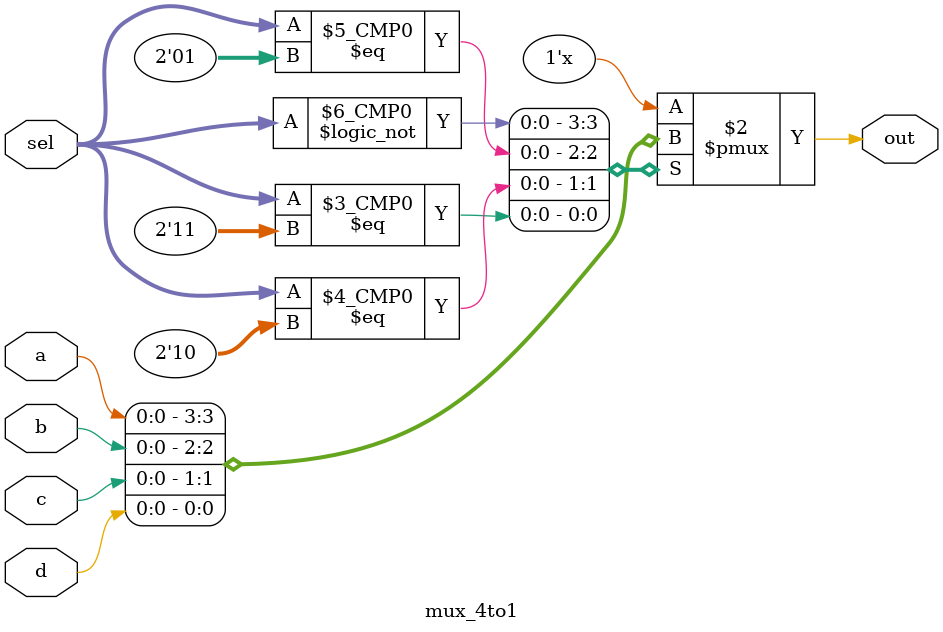
<source format=v>
module mux_4to1(a, b, c, d, sel, out);

	input a, b, c, d;
	input [1:0] sel;
	output reg out;

always@(a or b or c or d or sel) begin
	case (sel) 
		2'b00 : out = a;
		2'b01 : out = b;
		2'b10 : out = c;
		2'b11 : out = d;
		default : out = a;
	endcase
end

endmodule

</source>
